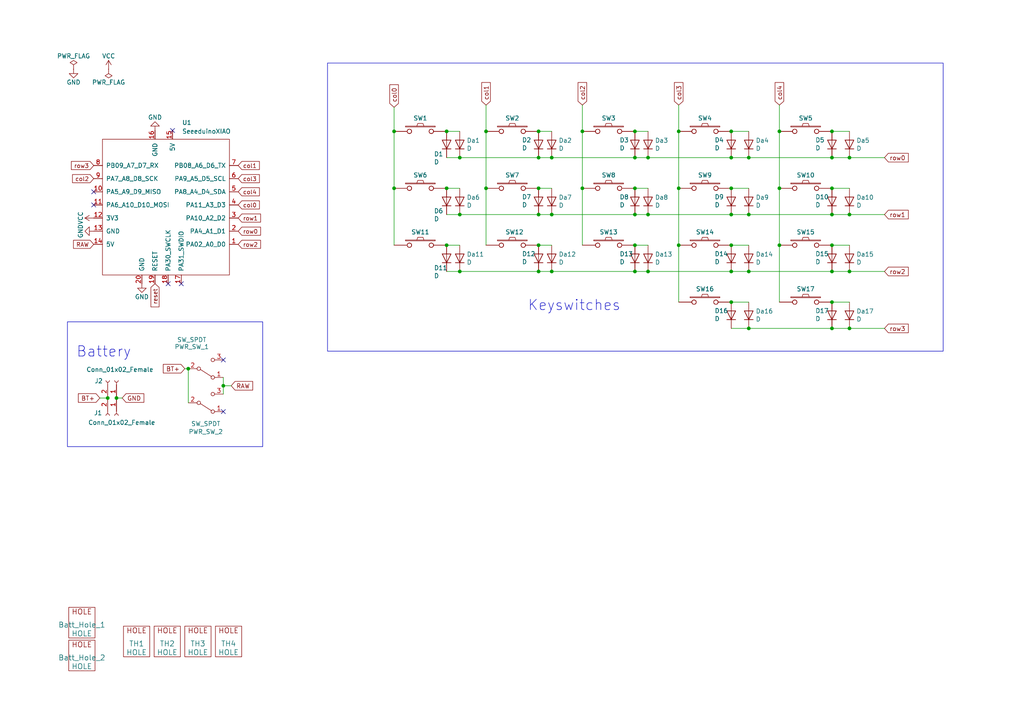
<source format=kicad_sch>
(kicad_sch (version 20231120) (generator "eeschema") (generator_version "8.0")
  (paper "A4")
  (title_block (title "Kretsträd") (company "by JW"))
  (lib_symbols
    (symbol "Connector:Conn_01x02_Female" (pin_names (offset 1.016) hide)
      (property "Reference" "J" (at 0 2.54 0))
      (property "Value" "Conn_01x02_Female" (at 0 -5.08 0))
      (symbol "Conn_01x02_Female_1_1"
        (arc (start 0 -2.032) (mid -0.5058 -2.54) (end 0 -3.048) (stroke (width 0.1524)))
        (polyline (pts (xy -1.27 -2.54) (xy -0.508 -2.54)) (stroke (width 0.1524)))
        (polyline (pts (xy -1.27 0) (xy -0.508 0)) (stroke (width 0.1524)))
        (arc (start 0 0.508) (mid -0.5058 0) (end 0 -0.508) (stroke (width 0.1524)))
        (pin passive line (at -5.08 0 0) (length 3.81) (name "Pin_1") (number "1"))
        (pin passive line (at -5.08 -2.54 0) (length 3.81) (name "Pin_2") (number "2"))
      )
    )
    (symbol "Seeeduino XIAO:SeeeduinoXIAO" (pin_names (offset 1.016))
      (property "Reference" "U" (at -19.05 22.86 0))
      (property "Value" "SeeeduinoXIAO" (at -12.7 21.59 0))
      (symbol "SeeeduinoXIAO_0_1"
        (rectangle (start -19.05 20.32) (end 17.78 -19.05))
      )
      (symbol "SeeeduinoXIAO_1_1"
        (pin unspecified line (at -21.59 11.43 0) (length 2.54) (name "PA02_A0_D0") (number "1"))
        (pin unspecified line (at 20.32 -3.81 180) (length 2.54) (name "PA5_A9_D9_MISO") (number "10"))
        (pin unspecified line (at 20.32 0 180) (length 2.54) (name "PA6_A10_D10_MOSI") (number "11"))
        (pin unspecified line (at 20.32 3.81 180) (length 2.54) (name "3V3") (number "12"))
        (pin unspecified line (at 20.32 7.62 180) (length 2.54) (name "GND") (number "13"))
        (pin unspecified line (at 20.32 11.43 180) (length 2.54) (name "5V") (number "14"))
        (pin input line (at -2.54 -21.59 90) (length 2.54) (name "5V") (number "15"))
        (pin input line (at 2.54 -21.59 90) (length 2.54) (name "GND") (number "16"))
        (pin input line (at -5.08 22.86 270) (length 2.54) (name "PA31_SWDIO") (number "17"))
        (pin input line (at -1.27 22.86 270) (length 2.54) (name "PA30_SWCLK") (number "18"))
        (pin input line (at 2.54 22.86 270) (length 2.54) (name "RESET") (number "19"))
        (pin unspecified line (at -21.59 7.62 0) (length 2.54) (name "PA4_A1_D1") (number "2"))
        (pin input line (at 6.35 22.86 270) (length 2.54) (name "GND") (number "20"))
        (pin unspecified line (at -21.59 3.81 0) (length 2.54) (name "PA10_A2_D2") (number "3"))
        (pin unspecified line (at -21.59 0 0) (length 2.54) (name "PA11_A3_D3") (number "4"))
        (pin unspecified line (at -21.59 -3.81 0) (length 2.54) (name "PA8_A4_D4_SDA") (number "5"))
        (pin unspecified line (at -21.59 -7.62 0) (length 2.54) (name "PA9_A5_D5_SCL") (number "6"))
        (pin unspecified line (at -21.59 -11.43 0) (length 2.54) (name "PB08_A6_D6_TX") (number "7"))
        (pin unspecified line (at 20.32 -11.43 180) (length 2.54) (name "PB09_A7_D7_RX") (number "8"))
        (pin unspecified line (at 20.32 -7.62 180) (length 2.54) (name "PA7_A8_D8_SCK") (number "9"))
      )
    )
    (symbol "SofleKeyboard-rescue:D-Lily58-cache-Lily58_Pro-rescue" (pin_numbers hide) (pin_names (offset 1.016) hide)
      (property "Reference" "D" (at 0 2.54 0))
      (property "Value" "D-Lily58-cache-Lily58_Pro-rescue" (at 0 -2.54 0))
      (symbol "D-Lily58-cache-Lily58_Pro-rescue_0_1"
        (polyline (pts (xy -1.27 1.27) (xy -1.27 -1.27)) (stroke (width 0.2032)))
        (polyline (pts (xy 1.27 0) (xy -1.27 0)))
        (polyline (pts (xy 1.27 1.27) (xy 1.27 -1.27) (xy -1.27 0) (xy 1.27 1.27)) (stroke (width 0.2032)))
      )
      (symbol "D-Lily58-cache-Lily58_Pro-rescue_1_1"
        (pin passive line (at -3.81 0 0) (length 2.54) (name "K") (number "1"))
        (pin passive line (at 3.81 0 180) (length 2.54) (name "A") (number "2"))
      )
    )
    (symbol "SofleKeyboard-rescue:HOLE-Lily58-cache-Lily58_Pro-rescue" (pin_names (offset 1.016))
      (property "Reference" "U" (at 0 0 0))
      (property "Value" "HOLE-Lily58-cache-Lily58_Pro-rescue" (at 0 -5.08 0))
      (symbol "HOLE-Lily58-cache-Lily58_Pro-rescue_0_0"
        (text "HOLE" (at 0 3.81 0) (effects (font (size 1.524 1.524))))
      )
      (symbol "HOLE-Lily58-cache-Lily58_Pro-rescue_0_1"
        (rectangle (start 3.81 5.08) (end -3.81 -3.81))
      )
    )
    (symbol "SofleKeyboard-rescue:SW_PUSH-Lily58-cache-Lily58_Pro-rescue" (pin_numbers hide) (pin_names (offset 1.016) hide)
      (property "Reference" "SW" (at 3.81 2.794 0))
      (property "Value" "SW_PUSH-Lily58-cache-Lily58_Pro-rescue" (at 0 -2.032 0))
      (symbol "SW_PUSH-Lily58-cache-Lily58_Pro-rescue_0_1"
        (rectangle (start -4.318 1.27) (end 4.318 1.524))
        (polyline (pts (xy -1.016 1.524) (xy -0.762 2.286) (xy 0.762 2.286) (xy 1.016 1.524)))
        (pin passive inverted (at -7.62 0 0) (length 5.08) (name "1") (number "1"))
        (pin passive inverted (at 7.62 0 180) (length 5.08) (name "2") (number "2"))
      )
    )
    (symbol "Switch:SW_SPDT" (pin_names (offset 0) hide)
      (property "Reference" "SW" (at 0 4.318 0))
      (property "Value" "SW_SPDT" (at 0 -5.08 0))
      (symbol "SW_SPDT_0_0"
        (circle (center -2.032 0) (radius 0.508))
        (circle (center 2.032 -2.54) (radius 0.508))
      )
      (symbol "SW_SPDT_0_1"
        (polyline (pts (xy -1.524 0.254) (xy 1.651 2.286)))
        (circle (center 2.032 2.54) (radius 0.508))
      )
      (symbol "SW_SPDT_1_1"
        (pin passive line (at 5.08 2.54 180) (length 2.54) (name "A") (number "1"))
        (pin passive line (at -5.08 0 0) (length 2.54) (name "B") (number "2"))
        (pin passive line (at 5.08 -2.54 180) (length 2.54) (name "C") (number "3"))
      )
    )
    (symbol "power:GND" (power) (pin_names (offset 0))
      (property "Value" "GND" (at 0 -3.81 0))
      (symbol "GND_0_1"
        (polyline (pts (xy 0 0) (xy 0 -1.27) (xy 1.27 -1.27) (xy 0 -2.54) (xy -1.27 -1.27) (xy 0 -1.27)))
      )
      (symbol "GND_1_1"
        (pin power_in line (at 0 0 270) (length 0) hide (name "GND") (number "1"))
      )
    )
    (symbol "power:PWR_FLAG" (power) (pin_numbers hide) (pin_names (offset 0) hide)
      (property "Value" "PWR_FLAG" (at 0 3.81 0))
      (symbol "PWR_FLAG_0_0"
        (pin power_out line (at 0 0 90) (length 0) (name "pwr") (number "1"))
      )
      (symbol "PWR_FLAG_0_1"
        (polyline (pts (xy 0 0) (xy 0 1.27) (xy -1.016 1.905) (xy 0 2.54) (xy 1.016 1.905) (xy 0 1.27)))
      )
    )
    (symbol "power:VCC" (power) (pin_names (offset 0))
      (property "Value" "VCC" (at 0 3.81 0))
      (symbol "VCC_0_1"
        (polyline (pts (xy -0.762 1.27) (xy 0 2.54)))
        (polyline (pts (xy 0 0) (xy 0 2.54)))
        (polyline (pts (xy 0 2.54) (xy 0.762 1.27)))
      )
      (symbol "VCC_1_1"
        (pin power_in line (at 0 0 90) (length 0) hide (name "VCC") (number "1"))
      )
    )
  )
  (junction (at 217.17 45.72))
  (junction (at 241.3 71.12))
  (junction (at 64.77 111.887))
  (junction (at 114.3 38.1))
  (junction (at 241.3 95.25))
  (junction (at 160.02 62.23))
  (junction (at 246.38 62.23))
  (junction (at 212.09 71.12))
  (junction (at 168.91 54.61))
  (junction (at 241.3 62.23))
  (junction (at 196.85 38.1))
  (junction (at 212.09 45.72))
  (junction (at 212.09 87.63))
  (junction (at 133.35 62.23))
  (junction (at 241.3 45.72))
  (junction (at 212.09 78.74))
  (junction (at 226.06 54.61))
  (junction (at 31.242 115.443))
  (junction (at 184.15 38.1))
  (junction (at 187.96 45.72))
  (junction (at 196.85 71.12))
  (junction (at 114.3 54.61))
  (junction (at 217.17 78.74))
  (junction (at 156.21 45.72))
  (junction (at 246.38 45.72))
  (junction (at 241.3 87.63))
  (junction (at 226.06 38.1))
  (junction (at 184.15 45.72))
  (junction (at 129.54 71.12))
  (junction (at 184.15 62.23))
  (junction (at 140.97 38.1))
  (junction (at 156.21 62.23))
  (junction (at 212.09 38.1))
  (junction (at 184.15 54.61))
  (junction (at 160.02 78.74))
  (junction (at 184.15 78.74))
  (junction (at 129.54 38.1))
  (junction (at 54.61 106.934))
  (junction (at 246.38 78.74))
  (junction (at 133.35 45.72))
  (junction (at 196.85 54.61))
  (junction (at 246.38 95.25))
  (junction (at 129.54 54.61))
  (junction (at 187.96 78.74))
  (junction (at 212.09 62.23))
  (junction (at 156.21 38.1))
  (junction (at 140.97 54.61))
  (junction (at 160.02 45.72))
  (junction (at 168.91 38.1))
  (junction (at 241.3 38.1))
  (junction (at 212.09 54.61))
  (junction (at 33.782 115.443))
  (junction (at 156.21 71.12))
  (junction (at 187.96 62.23))
  (junction (at 241.3 54.61))
  (junction (at 226.06 71.12))
  (junction (at 156.21 54.61))
  (junction (at 184.15 71.12))
  (junction (at 156.21 78.74))
  (junction (at 133.35 78.74))
  (junction (at 241.3 78.74))
  (junction (at 217.17 62.23))
  (junction (at 217.17 95.25))
  (no_connect (at 52.578 82.296))
  (no_connect (at 64.77 119.38))
  (no_connect (at 27.178 55.626))
  (no_connect (at 50.038 37.846))
  (no_connect (at 27.178 59.436))
  (no_connect (at 48.768 82.296))
  (no_connect (at 64.77 104.394))
  (wire (pts (xy 168.91 38.1) (xy 168.91 54.61)))
  (wire (pts (xy 184.15 38.1) (xy 187.96 38.1)))
  (wire (pts (xy 156.21 45.72) (xy 160.02 45.72)))
  (wire (pts (xy 187.96 45.72) (xy 212.09 45.72)))
  (wire (pts (xy 212.09 54.61) (xy 217.17 54.61)))
  (wire (pts (xy 160.02 78.74) (xy 184.15 78.74)))
  (wire (pts (xy 156.21 62.23) (xy 160.02 62.23)))
  (wire (pts (xy 184.15 54.61) (xy 187.96 54.61)))
  (wire (pts (xy 246.38 95.25) (xy 256.54 95.25)))
  (wire (pts (xy 212.09 95.25) (xy 217.17 95.25)))
  (wire (pts (xy 226.06 38.1) (xy 226.06 54.61)))
  (wire (pts (xy 160.02 62.23) (xy 184.15 62.23)))
  (wire (pts (xy 241.3 45.72) (xy 246.38 45.72)))
  (wire (pts (xy 196.85 38.1) (xy 196.85 54.61)))
  (wire (pts (xy 53.594 106.934) (xy 54.61 106.934)))
  (wire (pts (xy 212.09 38.1) (xy 217.17 38.1)))
  (wire (pts (xy 226.06 71.12) (xy 226.06 87.63)))
  (wire (pts (xy 129.54 45.72) (xy 133.35 45.72)))
  (wire (pts (xy 129.54 78.74) (xy 133.35 78.74)))
  (wire (pts (xy 196.85 54.61) (xy 196.85 71.12)))
  (wire (pts (xy 28.956 115.443) (xy 31.242 115.443)))
  (wire (pts (xy 129.54 54.61) (xy 133.35 54.61)))
  (wire (pts (xy 156.21 71.12) (xy 160.02 71.12)))
  (wire (pts (xy 246.38 62.23) (xy 256.54 62.23)))
  (wire (pts (xy 184.15 78.74) (xy 187.96 78.74)))
  (wire (pts (xy 156.21 38.1) (xy 160.02 38.1)))
  (wire (pts (xy 241.3 62.23) (xy 246.38 62.23)))
  (wire (pts (xy 184.15 62.23) (xy 187.96 62.23)))
  (wire (pts (xy 140.97 38.1) (xy 140.97 54.61)))
  (wire (pts (xy 246.38 45.72) (xy 256.54 45.72)))
  (wire (pts (xy 241.3 87.63) (xy 246.38 87.63)))
  (wire (pts (xy 226.06 30.48) (xy 226.06 38.1)))
  (wire (pts (xy 212.09 62.23) (xy 217.17 62.23)))
  (wire (pts (xy 140.97 30.48) (xy 140.97 38.1)))
  (wire (pts (xy 217.17 62.23) (xy 241.3 62.23)))
  (wire (pts (xy 160.02 45.72) (xy 184.15 45.72)))
  (wire (pts (xy 212.09 87.63) (xy 217.17 87.63)))
  (wire (pts (xy 114.3 31.115) (xy 114.3 38.1)))
  (wire (pts (xy 133.35 62.23) (xy 156.21 62.23)))
  (wire (pts (xy 196.85 30.48) (xy 196.85 38.1)))
  (wire (pts (xy 241.3 95.25) (xy 246.38 95.25)))
  (wire (pts (xy 156.21 54.61) (xy 160.02 54.61)))
  (wire (pts (xy 168.91 30.48) (xy 168.91 38.1)))
  (wire (pts (xy 133.35 45.72) (xy 156.21 45.72)))
  (wire (pts (xy 156.21 78.74) (xy 160.02 78.74)))
  (wire (pts (xy 226.06 54.61) (xy 226.06 71.12)))
  (wire (pts (xy 246.38 78.74) (xy 256.54 78.74)))
  (wire (pts (xy 212.09 45.72) (xy 217.17 45.72)))
  (wire (pts (xy 168.91 54.61) (xy 168.91 71.12)))
  (wire (pts (xy 241.3 78.74) (xy 246.38 78.74)))
  (wire (pts (xy 212.09 71.12) (xy 217.17 71.12)))
  (wire (pts (xy 217.17 95.25) (xy 241.3 95.25)))
  (wire (pts (xy 129.54 38.1) (xy 133.35 38.1)))
  (wire (pts (xy 187.96 62.23) (xy 212.09 62.23)))
  (wire (pts (xy 64.77 111.887) (xy 64.77 114.3)))
  (wire (pts (xy 196.85 71.12) (xy 196.85 87.63)))
  (wire (pts (xy 114.3 38.1) (xy 114.3 54.61)))
  (wire (pts (xy 33.782 115.443) (xy 35.433 115.443)))
  (wire (pts (xy 64.77 109.474) (xy 64.77 111.887)))
  (wire (pts (xy 133.35 78.74) (xy 156.21 78.74)))
  (wire (pts (xy 184.15 71.12) (xy 187.96 71.12)))
  (wire (pts (xy 212.09 78.74) (xy 217.17 78.74)))
  (wire (pts (xy 184.15 45.72) (xy 187.96 45.72)))
  (wire (pts (xy 187.96 78.74) (xy 212.09 78.74)))
  (wire (pts (xy 217.17 45.72) (xy 241.3 45.72)))
  (wire (pts (xy 140.97 54.61) (xy 140.97 71.12)))
  (wire (pts (xy 114.3 54.61) (xy 114.3 71.12)))
  (wire (pts (xy 241.3 54.61) (xy 246.38 54.61)))
  (wire (pts (xy 54.61 106.934) (xy 54.61 116.84)))
  (wire (pts (xy 217.17 78.74) (xy 241.3 78.74)))
  (wire (pts (xy 241.3 38.1) (xy 246.38 38.1)))
  (wire (pts (xy 241.3 71.12) (xy 246.38 71.12)))
  (wire (pts (xy 129.54 71.12) (xy 133.35 71.12)))
  (wire (pts (xy 64.77 111.887) (xy 67.056 111.887)))
  (wire (pts (xy 129.54 62.23) (xy 133.35 62.23)))
  (rectangle (start 94.996 18.288) (end 273.558 101.854))
  (rectangle (start 19.558 93.345) (end 76.2 129.54))
  (text "Keyswitches" (at 153.035 90.424 0) (effects (font (size 2.9972 2.9972)) (justify left bottom)))
  (text "Battery" (at 22.098 103.886 0) (effects (font (size 2.9972 2.9972)) (justify left bottom)))
  (global_label "row3" (shape input) (at 256.54 95.25 0) (property "Intersheetrefs" "${INTERSHEET_REFS}" (effects (hide yes))))
  (global_label "GND" (shape input) (at 35.433 115.443 0) (property "Intersheetrefs" "${INTERSHEET_REFS}" (effects (hide yes))))
  (global_label "row1" (shape input) (at 256.54 62.23 0) (property "Intersheetrefs" "${INTERSHEET_REFS}" (effects (hide yes))))
  (global_label "col3" (shape input) (at 69.088 51.816 0) (effects (font (size 1.1938 1.1938))) (property "Intersheetrefs" "${INTERSHEET_REFS}" (effects (hide yes))))
  (global_label "BT+" (shape input) (at 28.956 115.443 180) (property "Intersheetrefs" "${INTERSHEET_REFS}" (effects (hide yes))))
  (global_label "col0" (shape input) (at 69.088 59.436 0) (effects (font (size 1.1938 1.1938))) (property "Intersheetrefs" "${INTERSHEET_REFS}" (effects (hide yes))))
  (global_label "col1" (shape input) (at 69.088 48.006 0) (effects (font (size 1.1938 1.1938))) (property "Intersheetrefs" "${INTERSHEET_REFS}" (effects (hide yes))))
  (global_label "reset" (shape input) (at 44.958 82.296 270) (effects (font (size 1.1938 1.1938))) (property "Intersheetrefs" "${INTERSHEET_REFS}" (effects (hide yes))))
  (global_label "row0" (shape input) (at 256.54 45.72 0) (property "Intersheetrefs" "${INTERSHEET_REFS}" (effects (hide yes))))
  (global_label "col2" (shape input) (at 168.91 30.48 90) (property "Intersheetrefs" "${INTERSHEET_REFS}" (effects (hide yes))))
  (global_label "col1" (shape input) (at 140.97 30.48 90) (property "Intersheetrefs" "${INTERSHEET_REFS}" (effects (hide yes))))
  (global_label "row2" (shape input) (at 69.088 70.866 0) (effects (font (size 1.1938 1.1938))) (property "Intersheetrefs" "${INTERSHEET_REFS}" (effects (hide yes))))
  (global_label "row1" (shape input) (at 69.088 63.246 0) (effects (font (size 1.1938 1.1938))) (property "Intersheetrefs" "${INTERSHEET_REFS}" (effects (hide yes))))
  (global_label "row0" (shape input) (at 69.088 67.056 0) (effects (font (size 1.1938 1.1938))) (property "Intersheetrefs" "${INTERSHEET_REFS}" (effects (hide yes))))
  (global_label "RAW" (shape input) (at 67.056 111.887 0) (property "Intersheetrefs" "${INTERSHEET_REFS}" (effects (hide yes))))
  (global_label "col2" (shape input) (at 27.178 51.816 180) (effects (font (size 1.1938 1.1938))) (property "Intersheetrefs" "${INTERSHEET_REFS}" (effects (hide yes))))
  (global_label "row3" (shape input) (at 27.178 48.006 180) (effects (font (size 1.1938 1.1938))) (property "Intersheetrefs" "${INTERSHEET_REFS}" (effects (hide yes))))
  (global_label "col3" (shape input) (at 196.85 30.48 90) (property "Intersheetrefs" "${INTERSHEET_REFS}" (effects (hide yes))))
  (global_label "col4" (shape input) (at 226.06 30.48 90) (property "Intersheetrefs" "${INTERSHEET_REFS}" (effects (hide yes))))
  (global_label "BT+" (shape input) (at 53.594 106.934 180) (property "Intersheetrefs" "${INTERSHEET_REFS}" (effects (hide yes))))
  (global_label "RAW" (shape input) (at 27.178 70.866 180) (effects (font (size 1.1938 1.1938))) (property "Intersheetrefs" "${INTERSHEET_REFS}" (effects (hide yes))))
  (global_label "col4" (shape input) (at 69.088 55.626 0) (effects (font (size 1.1938 1.1938))) (property "Intersheetrefs" "${INTERSHEET_REFS}" (effects (hide yes))))
  (global_label "col0" (shape input) (at 114.3 31.115 90) (property "Intersheetrefs" "${INTERSHEET_REFS}" (effects (hide yes))))
  (global_label "row2" (shape input) (at 256.54 78.74 0) (property "Intersheetrefs" "${INTERSHEET_REFS}" (effects (hide yes))))
  (symbol (lib_id "power:GND") (at 21.336 20.066 0) (unit 1)
    (property "Reference" "#PWR03" (effects (hide yes)))
    (property "Value" "GND" (at 21.336 23.876 0))
  )
  (symbol (lib_id "power:VCC") (at 31.496 20.066 0) (unit 1)
    (property "Reference" "#PWR04" (effects (hide yes)))
    (property "Value" "VCC" (at 31.496 16.256 0))
  )
  (symbol (lib_id "power:PWR_FLAG") (at 31.496 20.066 180) (unit 1)
    (property "Reference" "#FLG05" (effects (hide yes)))
    (property "Value" "PWR_FLAG" (at 31.496 23.876 0))
  )
  (symbol (lib_id "power:PWR_FLAG") (at 21.336 20.066 0) (unit 1)
    (property "Reference" "#FLG06" (effects (hide yes)))
    (property "Value" "PWR_FLAG" (at 21.336 16.256 0))
  )
  (symbol (lib_id "Connector:Conn_01x02_Female") (at 33.782 120.523 270) (unit 1)
    (property "Reference" "J1" (at 28.448 119.761 90))
    (property "Value" "Conn_01x02_Female" (at 35.306 122.555 90))
    (property "Footprint" "Connector_Molex:Molex_Panelmate_53780-0270_1x02-1MP_P1.25mm_Horizontal" (effects (hide yes)))
  )
  (symbol (lib_id "SofleKeyboard-rescue:D-Lily58-cache-Lily58_Pro-rescue") (at 212.09 74.93 90) (unit 1)
    (property "Reference" "D14" (at 207.264 73.6346 90) (effects (justify right)))
    (property "Value" "D" (at 207.264 75.946 90) (effects (justify right)))
    (property "Footprint" "jw_custom_footprints:Diode_SOD123_SMD" (effects (hide yes)))
  )
  (symbol (lib_id "Switch:SW_SPDT") (at 59.69 116.84 0) (mirror x) (unit 1)
    (property "Reference" "PWR_SW_2" (at 59.69 125.222 0))
    (property "Value" "SW_SPDT" (at 59.69 122.9106 0))
    (property "Footprint" "Button_Switch_SMD:SW_SPDT_PCM12" (effects (hide yes)))
  )
  (symbol (lib_id "SofleKeyboard-rescue:D-Lily58-cache-Lily58_Pro-rescue") (at 212.09 91.44 90) (unit 1)
    (property "Reference" "D16" (at 207.264 90.1446 90) (effects (justify right)))
    (property "Value" "D" (at 207.264 92.456 90) (effects (justify right)))
    (property "Footprint" "jw_custom_footprints:Diode_SOD123_SMD" (effects (hide yes)))
  )
  (symbol (lib_id "SofleKeyboard-rescue:SW_PUSH-Lily58-cache-Lily58_Pro-rescue") (at 233.68 54.61 0) (unit 1)
    (property "Reference" "SW10" (at 233.68 50.8 0))
    (property "Value" "${REFERENCE}" (effects (hide yes)))
    (property "Footprint" "jw_custom_footprints:Kailh_PG1316s_reversible" (effects (hide yes)))
  )
  (symbol (lib_id "power:GND") (at 41.148 82.296 0) (unit 1)
    (property "Reference" "#PWR0101" (effects (hide yes)))
    (property "Value" "GND" (at 41.148 86.106 0))
  )
  (symbol (lib_id "SofleKeyboard-rescue:SW_PUSH-Lily58-cache-Lily58_Pro-rescue") (at 233.68 38.1 0) (unit 1)
    (property "Reference" "SW5" (at 233.68 34.29 0))
    (property "Value" "${REFERENCE}" (effects (hide yes)))
    (property "Footprint" "jw_custom_footprints:Kailh_PG1316s_reversible" (effects (hide yes)))
  )
  (symbol (lib_id "SofleKeyboard-rescue:D-Lily58-cache-Lily58_Pro-rescue") (at 160.02 58.42 90) (unit 1)
    (property "Reference" "Da7" (at 162.0266 57.2516 90) (effects (justify right)))
    (property "Value" "D" (at 162.0266 59.563 90) (effects (justify right)))
    (property "Footprint" "jw_custom_footprints:Diode_SOD123_SMD" (effects (hide yes)))
  )
  (symbol (lib_id "power:GND") (at 27.178 67.056 270) (unit 1)
    (property "Reference" "#PWR0102" (effects (hide yes)))
    (property "Value" "GND" (at 23.368 67.056 0))
  )
  (symbol (lib_id "Connector:Conn_01x02_Female") (at 33.782 110.363 270) (mirror x) (unit 1)
    (property "Reference" "J2" (at 27.432 110.49 90) (effects (justify left)))
    (property "Value" "Conn_01x02_Female" (at 25.019 107.188 90) (effects (justify left)))
    (property "Footprint" "Connector_Molex:Molex_Panelmate_53780-0270_1x02-1MP_P1.25mm_Horizontal" (effects (hide yes)))
  )
  (symbol (lib_id "SofleKeyboard-rescue:D-Lily58-cache-Lily58_Pro-rescue") (at 246.38 41.91 90) (unit 1)
    (property "Reference" "Da5" (at 248.3866 40.7416 90) (effects (justify right)))
    (property "Value" "D" (at 248.3866 43.053 90) (effects (justify right)))
    (property "Footprint" "jw_custom_footprints:Diode_SOD123_SMD" (effects (hide yes)))
  )
  (symbol (lib_id "SofleKeyboard-rescue:D-Lily58-cache-Lily58_Pro-rescue") (at 129.54 41.91 90) (unit 1)
    (property "Reference" "D1" (at 125.857 44.6786 90) (effects (justify right)))
    (property "Value" "D" (at 125.857 46.99 90) (effects (justify right)))
    (property "Footprint" "jw_custom_footprints:Diode_SOD123_SMD" (effects (hide yes)))
  )
  (symbol (lib_id "SofleKeyboard-rescue:D-Lily58-cache-Lily58_Pro-rescue") (at 217.17 91.44 90) (unit 1)
    (property "Reference" "Da16" (at 219.1766 90.2716 90) (effects (justify right)))
    (property "Value" "D" (at 219.1766 92.583 90) (effects (justify right)))
    (property "Footprint" "jw_custom_footprints:Diode_SOD123_SMD" (effects (hide yes)))
  )
  (symbol (lib_id "SofleKeyboard-rescue:SW_PUSH-Lily58-cache-Lily58_Pro-rescue") (at 204.47 54.61 0) (unit 1)
    (property "Reference" "SW9" (at 204.47 50.8 0))
    (property "Value" "${REFERENCE}" (effects (hide yes)))
    (property "Footprint" "jw_custom_footprints:Kailh_PG1316s_reversible" (effects (hide yes)))
  )
  (symbol (lib_id "SofleKeyboard-rescue:D-Lily58-cache-Lily58_Pro-rescue") (at 241.3 91.44 90) (unit 1)
    (property "Reference" "D17" (at 236.474 90.1446 90) (effects (justify right)))
    (property "Value" "D" (at 236.474 92.456 90) (effects (justify right)))
    (property "Footprint" "jw_custom_footprints:Diode_SOD123_SMD" (effects (hide yes)))
  )
  (symbol (lib_id "SofleKeyboard-rescue:D-Lily58-cache-Lily58_Pro-rescue") (at 241.3 58.42 90) (unit 1)
    (property "Reference" "D10" (at 236.474 57.1246 90) (effects (justify right)))
    (property "Value" "D" (at 236.474 59.436 90) (effects (justify right)))
    (property "Footprint" "jw_custom_footprints:Diode_SOD123_SMD" (effects (hide yes)))
  )
  (symbol (lib_id "SofleKeyboard-rescue:D-Lily58-cache-Lily58_Pro-rescue") (at 187.96 58.42 90) (unit 1)
    (property "Reference" "Da8" (at 189.9666 57.2516 90) (effects (justify right)))
    (property "Value" "D" (at 189.9666 59.563 90) (effects (justify right)))
    (property "Footprint" "jw_custom_footprints:Diode_SOD123_SMD" (effects (hide yes)))
  )
  (symbol (lib_id "SofleKeyboard-rescue:D-Lily58-cache-Lily58_Pro-rescue") (at 184.15 74.93 90) (unit 1)
    (property "Reference" "D13" (at 179.705 73.66 90) (effects (justify right)))
    (property "Value" "D" (at 179.705 75.9714 90) (effects (justify right)))
    (property "Footprint" "jw_custom_footprints:Diode_SOD123_SMD" (effects (hide yes)))
  )
  (symbol (lib_id "SofleKeyboard-rescue:D-Lily58-cache-Lily58_Pro-rescue") (at 217.17 74.93 90) (unit 1)
    (property "Reference" "Da14" (at 219.1766 73.7616 90) (effects (justify right)))
    (property "Value" "D" (at 219.1766 76.073 90) (effects (justify right)))
    (property "Footprint" "jw_custom_footprints:Diode_SOD123_SMD" (effects (hide yes)))
  )
  (symbol (lib_id "SofleKeyboard-rescue:SW_PUSH-Lily58-cache-Lily58_Pro-rescue") (at 121.92 54.61 0) (unit 1)
    (property "Reference" "SW6" (at 121.92 50.8 0))
    (property "Value" "${REFERENCE}" (effects (hide yes)))
    (property "Footprint" "jw_custom_footprints:Kailh_PG1316s_reversible" (effects (hide yes)))
  )
  (symbol (lib_id "SofleKeyboard-rescue:SW_PUSH-Lily58-cache-Lily58_Pro-rescue") (at 204.47 38.1 0) (unit 1)
    (property "Reference" "SW4" (at 204.47 34.29 0))
    (property "Value" "${REFERENCE}" (effects (hide yes)))
    (property "Footprint" "jw_custom_footprints:Kailh_PG1316s_reversible" (effects (hide yes)))
  )
  (symbol (lib_id "SofleKeyboard-rescue:HOLE-Lily58-cache-Lily58_Pro-rescue") (at 39.624 186.69 0) (unit 1)
    (property "Reference" "TH1" (at 39.624 186.69 0) (effects (font (size 1.524 1.524))))
    (property "Value" "HOLE" (at 39.624 189.23 0) (effects (font (size 1.524 1.524))))
    (property "Footprint" "MountingHole:MountingHole_2.2mm_M2_ISO14580_Pad" (effects (hide yes)))
  )
  (symbol (lib_id "SofleKeyboard-rescue:D-Lily58-cache-Lily58_Pro-rescue") (at 133.35 74.93 90) (unit 1)
    (property "Reference" "Da11" (at 135.3566 73.7616 90) (effects (justify right)))
    (property "Value" "D" (at 135.3566 76.073 90) (effects (justify right)))
    (property "Footprint" "jw_custom_footprints:Diode_SOD123_SMD" (effects (hide yes)))
  )
  (symbol (lib_id "power:VCC") (at 27.178 63.246 90) (unit 1)
    (property "Reference" "#PWR0103" (effects (hide yes)))
    (property "Value" "VCC" (at 23.368 63.246 0))
  )
  (symbol (lib_id "SofleKeyboard-rescue:HOLE-Lily58-cache-Lily58_Pro-rescue") (at 66.294 186.69 0) (unit 1)
    (property "Reference" "TH4" (at 66.294 186.69 0) (effects (font (size 1.524 1.524))))
    (property "Value" "HOLE" (at 66.294 189.23 0) (effects (font (size 1.524 1.524))))
    (property "Footprint" "MountingHole:MountingHole_2.2mm_M2_ISO14580_Pad" (effects (hide yes)))
  )
  (symbol (lib_id "Switch:SW_SPDT") (at 59.69 106.934 0) (mirror x) (unit 1)
    (property "Reference" "PWR_SW_1" (at 55.626 100.584 0))
    (property "Value" "SW_SPDT" (at 55.626 98.552 0))
    (property "Footprint" "Button_Switch_SMD:SW_SPDT_PCM12" (effects (hide yes)))
  )
  (symbol (lib_id "SofleKeyboard-rescue:HOLE-Lily58-cache-Lily58_Pro-rescue") (at 23.749 181.229 0) (unit 1)
    (property "Reference" "Batt_Hole_1" (at 23.749 181.229 0) (effects (font (size 1.524 1.524))))
    (property "Value" "HOLE" (at 23.749 183.769 0) (effects (font (size 1.524 1.524))))
    (property "Footprint" "MountingHole:MountingHole_2.2mm_M2_ISO14580_Pad" (effects (hide yes)))
  )
  (symbol (lib_id "SofleKeyboard-rescue:D-Lily58-cache-Lily58_Pro-rescue") (at 184.15 58.42 90) (unit 1)
    (property "Reference" "D8" (at 179.705 57.15 90) (effects (justify right)))
    (property "Value" "D" (at 179.705 59.4614 90) (effects (justify right)))
    (property "Footprint" "jw_custom_footprints:Diode_SOD123_SMD" (effects (hide yes)))
  )
  (symbol (lib_id "SofleKeyboard-rescue:SW_PUSH-Lily58-cache-Lily58_Pro-rescue") (at 148.59 54.61 0) (unit 1)
    (property "Reference" "SW7" (at 148.59 50.8 0))
    (property "Value" "${REFERENCE}" (effects (hide yes)))
    (property "Footprint" "jw_custom_footprints:Kailh_PG1316s_reversible" (effects (hide yes)))
  )
  (symbol (lib_id "SofleKeyboard-rescue:D-Lily58-cache-Lily58_Pro-rescue") (at 184.15 41.91 90) (unit 1)
    (property "Reference" "D3" (at 179.705 40.64 90) (effects (justify right)))
    (property "Value" "D" (at 179.705 42.9514 90) (effects (justify right)))
    (property "Footprint" "jw_custom_footprints:Diode_SOD123_SMD" (effects (hide yes)))
  )
  (symbol (lib_id "SofleKeyboard-rescue:D-Lily58-cache-Lily58_Pro-rescue") (at 156.21 74.93 90) (unit 1)
    (property "Reference" "D12" (at 151.384 73.6346 90) (effects (justify right)))
    (property "Value" "D" (at 151.384 75.946 90) (effects (justify right)))
    (property "Footprint" "jw_custom_footprints:Diode_SOD123_SMD" (effects (hide yes)))
  )
  (symbol (lib_id "SofleKeyboard-rescue:D-Lily58-cache-Lily58_Pro-rescue") (at 160.02 41.91 90) (unit 1)
    (property "Reference" "Da2" (at 162.0266 40.7416 90) (effects (justify right)))
    (property "Value" "D" (at 162.0266 43.053 90) (effects (justify right)))
    (property "Footprint" "jw_custom_footprints:Diode_SOD123_SMD" (effects (hide yes)))
  )
  (symbol (lib_id "SofleKeyboard-rescue:D-Lily58-cache-Lily58_Pro-rescue") (at 246.38 74.93 90) (unit 1)
    (property "Reference" "Da15" (at 248.3866 73.7616 90) (effects (justify right)))
    (property "Value" "D" (at 248.3866 76.073 90) (effects (justify right)))
    (property "Footprint" "jw_custom_footprints:Diode_SOD123_SMD" (effects (hide yes)))
  )
  (symbol (lib_id "SofleKeyboard-rescue:SW_PUSH-Lily58-cache-Lily58_Pro-rescue") (at 176.53 54.61 0) (unit 1)
    (property "Reference" "SW8" (at 176.53 50.8 0))
    (property "Value" "${REFERENCE}" (effects (hide yes)))
    (property "Footprint" "jw_custom_footprints:Kailh_PG1316s_reversible" (effects (hide yes)))
  )
  (symbol (lib_id "SofleKeyboard-rescue:SW_PUSH-Lily58-cache-Lily58_Pro-rescue") (at 121.92 71.12 0) (unit 1)
    (property "Reference" "SW11" (at 121.92 67.31 0))
    (property "Value" "${REFERENCE}" (effects (hide yes)))
    (property "Footprint" "jw_custom_footprints:Kailh_PG1316s_reversible" (effects (hide yes)))
  )
  (symbol (lib_id "SofleKeyboard-rescue:D-Lily58-cache-Lily58_Pro-rescue") (at 160.02 74.93 90) (unit 1)
    (property "Reference" "Da12" (at 162.0266 73.7616 90) (effects (justify right)))
    (property "Value" "D" (at 162.0266 76.073 90) (effects (justify right)))
    (property "Footprint" "jw_custom_footprints:Diode_SOD123_SMD" (effects (hide yes)))
  )
  (symbol (lib_id "SofleKeyboard-rescue:HOLE-Lily58-cache-Lily58_Pro-rescue") (at 48.514 186.69 0) (unit 1)
    (property "Reference" "TH2" (at 48.514 186.69 0) (effects (font (size 1.524 1.524))))
    (property "Value" "HOLE" (at 48.514 189.23 0) (effects (font (size 1.524 1.524))))
    (property "Footprint" "MountingHole:MountingHole_2.2mm_M2_ISO14580_Pad" (effects (hide yes)))
  )
  (symbol (lib_id "SofleKeyboard-rescue:SW_PUSH-Lily58-cache-Lily58_Pro-rescue") (at 176.53 38.1 0) (unit 1)
    (property "Reference" "SW3" (at 176.53 34.29 0))
    (property "Value" "${REFERENCE}" (effects (hide yes)))
    (property "Footprint" "jw_custom_footprints:Kailh_PG1316s_reversible" (effects (hide yes)))
  )
  (symbol (lib_id "power:GND") (at 44.958 37.846 180) (unit 1)
    (property "Reference" "#PWR0104" (effects (hide yes)))
    (property "Value" "GND" (at 44.958 34.036 0))
  )
  (symbol (lib_id "SofleKeyboard-rescue:SW_PUSH-Lily58-cache-Lily58_Pro-rescue") (at 233.68 87.63 0) (unit 1)
    (property "Reference" "SW17" (at 233.68 83.82 0))
    (property "Value" "${REFERENCE}" (effects (hide yes)))
    (property "Footprint" "jw_custom_footprints:Kailh_PG1316s_reversible" (effects (hide yes)))
  )
  (symbol (lib_id "SofleKeyboard-rescue:HOLE-Lily58-cache-Lily58_Pro-rescue") (at 23.749 190.754 0) (unit 1)
    (property "Reference" "Batt_Hole_2" (at 23.749 190.754 0) (effects (font (size 1.524 1.524))))
    (property "Value" "HOLE" (at 23.749 193.294 0) (effects (font (size 1.524 1.524))))
    (property "Footprint" "MountingHole:MountingHole_2.2mm_M2_ISO14580_Pad" (effects (hide yes)))
  )
  (symbol (lib_id "SofleKeyboard-rescue:D-Lily58-cache-Lily58_Pro-rescue") (at 217.17 58.42 90) (unit 1)
    (property "Reference" "Da9" (at 219.1766 57.2516 90) (effects (justify right)))
    (property "Value" "D" (at 219.1766 59.563 90) (effects (justify right)))
    (property "Footprint" "jw_custom_footprints:Diode_SOD123_SMD" (effects (hide yes)))
  )
  (symbol (lib_id "SofleKeyboard-rescue:SW_PUSH-Lily58-cache-Lily58_Pro-rescue") (at 148.59 38.1 0) (unit 1)
    (property "Reference" "SW2" (at 148.59 34.29 0))
    (property "Value" "${REFERENCE}" (effects (hide yes)))
    (property "Footprint" "jw_custom_footprints:Kailh_PG1316s_reversible" (effects (hide yes)))
  )
  (symbol (lib_id "SofleKeyboard-rescue:D-Lily58-cache-Lily58_Pro-rescue") (at 217.17 41.91 90) (unit 1)
    (property "Reference" "Da4" (at 219.1766 40.7416 90) (effects (justify right)))
    (property "Value" "D" (at 219.1766 43.053 90) (effects (justify right)))
    (property "Footprint" "jw_custom_footprints:Diode_SOD123_SMD" (effects (hide yes)))
  )
  (symbol (lib_id "SofleKeyboard-rescue:D-Lily58-cache-Lily58_Pro-rescue") (at 156.21 58.42 90) (unit 1)
    (property "Reference" "D7" (at 151.384 57.1246 90) (effects (justify right)))
    (property "Value" "D" (at 151.384 59.436 90) (effects (justify right)))
    (property "Footprint" "jw_custom_footprints:Diode_SOD123_SMD" (effects (hide yes)))
  )
  (symbol (lib_id "SofleKeyboard-rescue:SW_PUSH-Lily58-cache-Lily58_Pro-rescue") (at 148.59 71.12 0) (unit 1)
    (property "Reference" "SW12" (at 149.225 67.31 0))
    (property "Value" "${REFERENCE}" (effects (hide yes)))
    (property "Footprint" "jw_custom_footprints:Kailh_PG1316s_reversible" (effects (hide yes)))
  )
  (symbol (lib_id "SofleKeyboard-rescue:SW_PUSH-Lily58-cache-Lily58_Pro-rescue") (at 121.92 38.1 0) (unit 1)
    (property "Reference" "SW1" (at 121.92 34.29 0))
    (property "Value" "${REFERENCE}" (effects (hide yes)))
    (property "Footprint" "jw_custom_footprints:Kailh_PG1316s_reversible" (effects (hide yes)))
  )
  (symbol (lib_id "Seeeduino XIAO:SeeeduinoXIAO") (at 47.498 59.436 180) (unit 1)
    (property "Reference" "U1" (at 52.8067 35.56 0) (effects (justify right)))
    (property "Value" "SeeeduinoXIAO" (at 52.8067 38.1 0) (effects (justify right)))
    (property "Footprint" "jw_custom_footprints:Xiao THT jumper pad_hole_1.55mm" (effects (hide yes)))
  )
  (symbol (lib_id "SofleKeyboard-rescue:D-Lily58-cache-Lily58_Pro-rescue") (at 241.3 74.93 90) (unit 1)
    (property "Reference" "D15" (at 236.474 73.6346 90) (effects (justify right)))
    (property "Value" "D" (at 236.474 75.946 90) (effects (justify right)))
    (property "Footprint" "jw_custom_footprints:Diode_SOD123_SMD" (effects (hide yes)))
  )
  (symbol (lib_id "SofleKeyboard-rescue:D-Lily58-cache-Lily58_Pro-rescue") (at 156.21 41.91 90) (unit 1)
    (property "Reference" "D2" (at 151.384 40.6146 90) (effects (justify right)))
    (property "Value" "D" (at 151.384 42.926 90) (effects (justify right)))
    (property "Footprint" "jw_custom_footprints:Diode_SOD123_SMD" (effects (hide yes)))
  )
  (symbol (lib_id "SofleKeyboard-rescue:D-Lily58-cache-Lily58_Pro-rescue") (at 129.54 74.93 90) (unit 1)
    (property "Reference" "D11" (at 125.857 77.6986 90) (effects (justify right)))
    (property "Value" "D" (at 125.857 80.01 90) (effects (justify right)))
    (property "Footprint" "jw_custom_footprints:Diode_SOD123_SMD" (effects (hide yes)))
  )
  (symbol (lib_id "SofleKeyboard-rescue:D-Lily58-cache-Lily58_Pro-rescue") (at 187.96 41.91 90) (unit 1)
    (property "Reference" "Da3" (at 189.9666 40.7416 90) (effects (justify right)))
    (property "Value" "D" (at 189.9666 43.053 90) (effects (justify right)))
    (property "Footprint" "jw_custom_footprints:Diode_SOD123_SMD" (effects (hide yes)))
  )
  (symbol (lib_id "SofleKeyboard-rescue:SW_PUSH-Lily58-cache-Lily58_Pro-rescue") (at 233.68 71.12 0) (unit 1)
    (property "Reference" "SW15" (at 233.68 67.31 0))
    (property "Value" "${REFERENCE}" (effects (hide yes)))
    (property "Footprint" "jw_custom_footprints:Kailh_PG1316s_reversible" (effects (hide yes)))
  )
  (symbol (lib_id "SofleKeyboard-rescue:D-Lily58-cache-Lily58_Pro-rescue") (at 133.35 58.42 90) (unit 1)
    (property "Reference" "Da6" (at 135.3566 57.2516 90) (effects (justify right)))
    (property "Value" "D" (at 135.3566 59.563 90) (effects (justify right)))
    (property "Footprint" "jw_custom_footprints:Diode_SOD123_SMD" (effects (hide yes)))
  )
  (symbol (lib_id "SofleKeyboard-rescue:HOLE-Lily58-cache-Lily58_Pro-rescue") (at 57.404 186.69 0) (unit 1)
    (property "Reference" "TH3" (at 57.404 186.69 0) (effects (font (size 1.524 1.524))))
    (property "Value" "HOLE" (at 57.404 189.23 0) (effects (font (size 1.524 1.524))))
    (property "Footprint" "MountingHole:MountingHole_2.2mm_M2_ISO14580_Pad" (effects (hide yes)))
  )
  (symbol (lib_id "SofleKeyboard-rescue:D-Lily58-cache-Lily58_Pro-rescue") (at 133.35 41.91 90) (unit 1)
    (property "Reference" "Da1" (at 135.3566 40.7416 90) (effects (justify right)))
    (property "Value" "D" (at 135.3566 43.053 90) (effects (justify right)))
    (property "Footprint" "jw_custom_footprints:Diode_SOD123_SMD" (effects (hide yes)))
  )
  (symbol (lib_id "SofleKeyboard-rescue:SW_PUSH-Lily58-cache-Lily58_Pro-rescue") (at 204.47 71.12 0) (unit 1)
    (property "Reference" "SW14" (at 204.47 67.31 0))
    (property "Value" "${REFERENCE}" (effects (hide yes)))
    (property "Footprint" "jw_custom_footprints:Kailh_PG1316s_reversible" (effects (hide yes)))
  )
  (symbol (lib_id "SofleKeyboard-rescue:SW_PUSH-Lily58-cache-Lily58_Pro-rescue") (at 176.53 71.12 0) (unit 1)
    (property "Reference" "SW13" (at 176.53 67.31 0))
    (property "Value" "${REFERENCE}" (effects (hide yes)))
    (property "Footprint" "jw_custom_footprints:Kailh_PG1316s_reversible" (effects (hide yes)))
  )
  (symbol (lib_id "SofleKeyboard-rescue:D-Lily58-cache-Lily58_Pro-rescue") (at 212.09 58.42 90) (unit 1)
    (property "Reference" "D9" (at 207.264 57.1246 90) (effects (justify right)))
    (property "Value" "D" (at 207.264 59.436 90) (effects (justify right)))
    (property "Footprint" "jw_custom_footprints:Diode_SOD123_SMD" (effects (hide yes)))
  )
  (symbol (lib_id "SofleKeyboard-rescue:D-Lily58-cache-Lily58_Pro-rescue") (at 246.38 91.44 90) (unit 1)
    (property "Reference" "Da17" (at 248.3866 90.2716 90) (effects (justify right)))
    (property "Value" "D" (at 248.3866 92.583 90) (effects (justify right)))
    (property "Footprint" "jw_custom_footprints:Diode_SOD123_SMD" (effects (hide yes)))
  )
  (symbol (lib_id "SofleKeyboard-rescue:D-Lily58-cache-Lily58_Pro-rescue") (at 241.3 41.91 90) (unit 1)
    (property "Reference" "D5" (at 236.474 40.6146 90) (effects (justify right)))
    (property "Value" "D" (at 236.474 42.926 90) (effects (justify right)))
    (property "Footprint" "jw_custom_footprints:Diode_SOD123_SMD" (effects (hide yes)))
  )
  (symbol (lib_id "SofleKeyboard-rescue:SW_PUSH-Lily58-cache-Lily58_Pro-rescue") (at 204.47 87.63 0) (unit 1)
    (property "Reference" "SW16" (at 204.47 83.82 0))
    (property "Value" "${REFERENCE}" (effects (hide yes)))
    (property "Footprint" "jw_custom_footprints:Kailh_PG1316s_reversible" (effects (hide yes)))
  )
  (symbol (lib_id "SofleKeyboard-rescue:D-Lily58-cache-Lily58_Pro-rescue") (at 246.38 58.42 90) (unit 1)
    (property "Reference" "Da10" (at 248.3866 57.2516 90) (effects (justify right)))
    (property "Value" "D" (at 248.3866 59.563 90) (effects (justify right)))
    (property "Footprint" "jw_custom_footprints:Diode_SOD123_SMD" (effects (hide yes)))
  )
  (symbol (lib_id "SofleKeyboard-rescue:D-Lily58-cache-Lily58_Pro-rescue") (at 129.54 58.42 90) (unit 1)
    (property "Reference" "D6" (at 125.857 61.1886 90) (effects (justify right)))
    (property "Value" "D" (at 125.857 63.5 90) (effects (justify right)))
    (property "Footprint" "jw_custom_footprints:Diode_SOD123_SMD" (effects (hide yes)))
  )
  (symbol (lib_id "SofleKeyboard-rescue:D-Lily58-cache-Lily58_Pro-rescue") (at 212.09 41.91 90) (unit 1)
    (property "Reference" "D4" (at 207.264 40.6146 90) (effects (justify right)))
    (property "Value" "D" (at 207.264 42.926 90) (effects (justify right)))
    (property "Footprint" "jw_custom_footprints:Diode_SOD123_SMD" (effects (hide yes)))
  )
  (symbol (lib_id "SofleKeyboard-rescue:D-Lily58-cache-Lily58_Pro-rescue") (at 187.96 74.93 90) (unit 1)
    (property "Reference" "Da13" (at 189.9666 73.7616 90) (effects (justify right)))
    (property "Value" "D" (at 189.9666 76.073 90) (effects (justify right)))
    (property "Footprint" "jw_custom_footprints:Diode_SOD123_SMD" (effects (hide yes)))
  )
)
</source>
